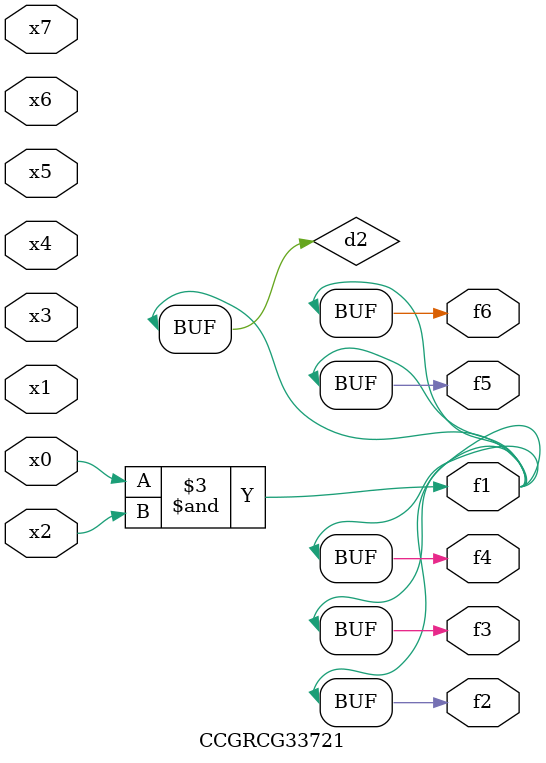
<source format=v>
module CCGRCG33721(
	input x0, x1, x2, x3, x4, x5, x6, x7,
	output f1, f2, f3, f4, f5, f6
);

	wire d1, d2;

	nor (d1, x3, x6);
	and (d2, x0, x2);
	assign f1 = d2;
	assign f2 = d2;
	assign f3 = d2;
	assign f4 = d2;
	assign f5 = d2;
	assign f6 = d2;
endmodule

</source>
